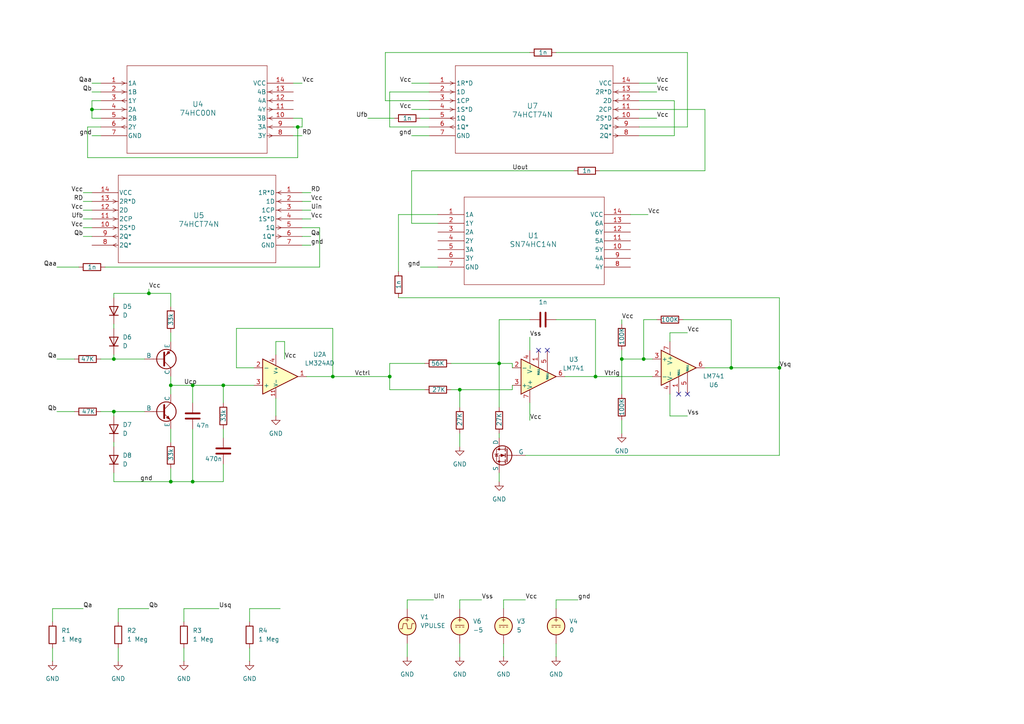
<source format=kicad_sch>
(kicad_sch (version 20250114) (generator "eeschema") (generator_version "9.0")
  (paper "A4")
  (lib_symbols
    (symbol "74HC00:74HC00N" (pin_names (offset 0.254))
      (property "Reference" "U" (at 27.94 10.16 0))
      (property "Value" "74HC00N" (at 27.94 7.62 0))
      (symbol "74HC00N_0_1"
        (polyline (pts (xy 7.0993 0) (xy 6.0579 0.5207)) (stroke (width 0.127)))
        (polyline (pts (xy 7.0993 0) (xy 6.0579 -0.5207)) (stroke (width 0.127)))
        (polyline (pts (xy 7.0993 -2.54) (xy 6.0579 -2.0193)) (stroke (width 0.127)))
        (polyline (pts (xy 7.0993 -2.54) (xy 6.0579 -3.0607)) (stroke (width 0.127)))
        (polyline (pts (xy 7.0993 -4.5593) (xy 6.0579 -5.08)) (stroke (width 0.127)))
        (polyline (pts (xy 7.0993 -5.6007) (xy 6.0579 -5.08)) (stroke (width 0.127)))
        (polyline (pts (xy 7.0993 -7.62) (xy 6.0579 -7.0993)) (stroke (width 0.127)))
        (polyline (pts (xy 7.0993 -7.62) (xy 6.0579 -8.1407)) (stroke (width 0.127)))
        (polyline (pts (xy 7.0993 -10.16) (xy 6.0579 -9.6393)) (stroke (width 0.127)))
        (polyline (pts (xy 7.0993 -10.16) (xy 6.0579 -10.6807)) (stroke (width 0.127)))
        (polyline (pts (xy 7.0993 -12.1793) (xy 6.0579 -12.7)) (stroke (width 0.127)))
        (polyline (pts (xy 7.0993 -13.2207) (xy 6.0579 -12.7)) (stroke (width 0.127)))
        (polyline (pts (xy 7.62 5.08) (xy 7.62 -20.32)) (stroke (width 0.127)))
        (polyline (pts (xy 7.62 -20.32) (xy 48.26 -20.32)) (stroke (width 0.127)))
        (polyline (pts (xy 48.26 5.08) (xy 7.62 5.08)) (stroke (width 0.127)))
        (polyline (pts (xy 48.26 -20.32) (xy 48.26 5.08)) (stroke (width 0.127)))
        (polyline (pts (xy 48.7807 -2.54) (xy 49.8221 -2.0193)) (stroke (width 0.127)))
        (polyline (pts (xy 48.7807 -2.54) (xy 49.8221 -3.0607)) (stroke (width 0.127)))
        (polyline (pts (xy 48.7807 -5.08) (xy 49.8221 -4.5593)) (stroke (width 0.127)))
        (polyline (pts (xy 48.7807 -5.08) (xy 49.8221 -5.6007)) (stroke (width 0.127)))
        (polyline (pts (xy 48.7807 -7.0993) (xy 49.8221 -7.62)) (stroke (width 0.127)))
        (polyline (pts (xy 48.7807 -8.1407) (xy 49.8221 -7.62)) (stroke (width 0.127)))
        (polyline (pts (xy 48.7807 -10.16) (xy 49.8221 -9.6393)) (stroke (width 0.127)))
        (polyline (pts (xy 48.7807 -10.16) (xy 49.8221 -10.6807)) (stroke (width 0.127)))
        (polyline (pts (xy 48.7807 -12.7) (xy 49.8221 -12.1793)) (stroke (width 0.127)))
        (polyline (pts (xy 48.7807 -12.7) (xy 49.8221 -13.2207)) (stroke (width 0.127)))
        (polyline (pts (xy 48.7807 -14.7193) (xy 49.8221 -15.24)) (stroke (width 0.127)))
        (polyline (pts (xy 48.7807 -15.7607) (xy 49.8221 -15.24)) (stroke (width 0.127)))
        (pin input line (at 0 0 0) (length 7.62) (name "1A") (number "1"))
        (pin input line (at 0 -2.54 0) (length 7.62) (name "1B") (number "2"))
        (pin output line (at 0 -5.08 0) (length 7.62) (name "1Y") (number "3"))
        (pin input line (at 0 -7.62 0) (length 7.62) (name "2A") (number "4"))
        (pin input line (at 0 -10.16 0) (length 7.62) (name "2B") (number "5"))
        (pin output line (at 0 -12.7 0) (length 7.62) (name "2Y") (number "6"))
        (pin power_in line (at 0 -15.24 0) (length 7.62) (name "GND") (number "7"))
        (pin power_in line (at 55.88 0 180) (length 7.62) (name "VCC") (number "14"))
        (pin input line (at 55.88 -2.54 180) (length 7.62) (name "4B") (number "13"))
        (pin input line (at 55.88 -5.08 180) (length 7.62) (name "4A") (number "12"))
        (pin output line (at 55.88 -7.62 180) (length 7.62) (name "4Y") (number "11"))
        (pin input line (at 55.88 -10.16 180) (length 7.62) (name "3B") (number "10"))
        (pin input line (at 55.88 -12.7 180) (length 7.62) (name "3A") (number "9"))
        (pin output line (at 55.88 -15.24 180) (length 7.62) (name "3Y") (number "8"))
      )
    )
    (symbol "74HC14:SN74HC14N" (pin_names (offset 0.254))
      (property "Reference" "U" (at 27.94 10.16 0))
      (property "Value" "SN74HC14N" (at 27.94 7.62 0))
      (symbol "SN74HC14N_0_1"
        (polyline (pts (xy 7.62 5.08) (xy 7.62 -20.32)) (stroke (width 0.127)))
        (polyline (pts (xy 7.62 -20.32) (xy 48.26 -20.32)) (stroke (width 0.127)))
        (polyline (pts (xy 48.26 5.08) (xy 7.62 5.08)) (stroke (width 0.127)))
        (polyline (pts (xy 48.26 -20.32) (xy 48.26 5.08)) (stroke (width 0.127)))
        (pin input line (at 0 0 0) (length 7.62) (name "1A") (number "1"))
        (pin output line (at 0 -2.54 0) (length 7.62) (name "1Y") (number "2"))
        (pin input line (at 0 -5.08 0) (length 7.62) (name "2A") (number "3"))
        (pin output line (at 0 -7.62 0) (length 7.62) (name "2Y") (number "4"))
        (pin input line (at 0 -10.16 0) (length 7.62) (name "3A") (number "5"))
        (pin output line (at 0 -12.7 0) (length 7.62) (name "3Y") (number "6"))
        (pin power_in line (at 0 -15.24 0) (length 7.62) (name "GND") (number "7"))
        (pin power_in line (at 55.88 0 180) (length 7.62) (name "VCC") (number "14"))
        (pin input line (at 55.88 -2.54 180) (length 7.62) (name "6A") (number "13"))
        (pin output line (at 55.88 -5.08 180) (length 7.62) (name "6Y") (number "12"))
        (pin input line (at 55.88 -7.62 180) (length 7.62) (name "5A") (number "11"))
        (pin output line (at 55.88 -10.16 180) (length 7.62) (name "5Y") (number "10"))
        (pin input line (at 55.88 -12.7 180) (length 7.62) (name "4A") (number "9"))
        (pin output line (at 55.88 -15.24 180) (length 7.62) (name "4Y") (number "8"))
      )
    )
    (symbol "Amplifier_Operational:LM741" (pin_names (offset 0.127))
      (property "Reference" "U" (at 0 6.35 0))
      (property "Value" "LM741" (at 0 3.81 0))
      (symbol "LM741_0_1"
        (polyline (pts (xy -5.08 5.08) (xy 5.08 0) (xy -5.08 -5.08) (xy -5.08 5.08)) (stroke (width 0.254)) (fill (type background)))
      )
      (symbol "LM741_1_1"
        (pin input line (at -7.62 2.54 0) (length 2.54) (name "+") (number "3"))
        (pin input line (at -7.62 -2.54 0) (length 2.54) (name "-") (number "2"))
        (pin power_in line (at -2.54 7.62 270) (length 3.81) (name "V+") (number "7"))
        (pin power_in line (at -2.54 -7.62 90) (length 3.81) (name "V-") (number "4"))
        (pin no_connect line (at 0 2.54 270) (length 2.54) (hide yes) (name "NC") (number "8"))
        (pin input line (at 0 -7.62 90) (length 5.08) (name "NULL") (number "1"))
        (pin input line (at 2.54 -7.62 90) (length 6.35) (name "NULL") (number "5"))
        (pin output line (at 7.62 0 180) (length 2.54) (name "~") (number "6"))
      )
    )
    (symbol "Device:C" (pin_numbers (hide yes)) (pin_names (offset 0.254))
      (property "Reference" "C" (at 0.635 2.54 0))
      (property "Value" "C" (at 0.635 -2.54 0))
      (symbol "C_0_1"
        (polyline (pts (xy -2.032 0.762) (xy 2.032 0.762)) (stroke (width 0.508)))
        (polyline (pts (xy -2.032 -0.762) (xy 2.032 -0.762)) (stroke (width 0.508)))
      )
      (symbol "C_1_1"
        (pin passive line (at 0 3.81 270) (length 2.794) (name "~") (number "1"))
        (pin passive line (at 0 -3.81 90) (length 2.794) (name "~") (number "2"))
      )
    )
    (symbol "Device:D" (pin_numbers (hide yes)) (pin_names (offset 1.016) (hide yes))
      (property "Reference" "D" (at 0 2.54 0))
      (property "Value" "D" (at 0 -2.54 0))
      (symbol "D_0_1"
        (polyline (pts (xy -1.27 1.27) (xy -1.27 -1.27)) (stroke (width 0.254)))
        (polyline (pts (xy 1.27 1.27) (xy 1.27 -1.27) (xy -1.27 0) (xy 1.27 1.27)) (stroke (width 0.254)))
        (polyline (pts (xy 1.27 0) (xy -1.27 0)))
      )
      (symbol "D_1_1"
        (pin passive line (at -3.81 0 0) (length 2.54) (name "K") (number "1"))
        (pin passive line (at 3.81 0 180) (length 2.54) (name "A") (number "2"))
      )
    )
    (symbol "Device:R" (pin_numbers (hide yes)) (pin_names (offset 0))
      (property "Reference" "R" (at 2.032 0 90))
      (property "Value" "R" (at 0 0 90))
      (symbol "R_0_1"
        (rectangle (start -1.016 -2.54) (end 1.016 2.54) (stroke (width 0.254)))
      )
      (symbol "R_1_1"
        (pin passive line (at 0 3.81 270) (length 1.27) (name "~") (number "1"))
        (pin passive line (at 0 -3.81 90) (length 1.27) (name "~") (number "2"))
      )
    )
    (symbol "HCT74:74HCT74N" (pin_names (offset 0.254))
      (property "Reference" "U" (at 30.48 10.16 0))
      (property "Value" "74HCT74N" (at 30.48 7.62 0))
      (symbol "74HCT74N_0_1"
        (polyline (pts (xy 7.0993 0) (xy 6.0579 0.5207)) (stroke (width 0.127)))
        (polyline (pts (xy 7.0993 0) (xy 6.0579 -0.5207)) (stroke (width 0.127)))
        (polyline (pts (xy 7.0993 -2.54) (xy 6.0579 -2.0193)) (stroke (width 0.127)))
        (polyline (pts (xy 7.0993 -2.54) (xy 6.0579 -3.0607)) (stroke (width 0.127)))
        (polyline (pts (xy 7.0993 -5.08) (xy 6.0579 -4.5593)) (stroke (width 0.127)))
        (polyline (pts (xy 7.0993 -5.08) (xy 6.0579 -5.6007)) (stroke (width 0.127)))
        (polyline (pts (xy 7.0993 -7.62) (xy 6.0579 -7.0993)) (stroke (width 0.127)))
        (polyline (pts (xy 7.0993 -7.62) (xy 6.0579 -8.1407)) (stroke (width 0.127)))
        (polyline (pts (xy 7.0993 -9.6393) (xy 6.0579 -10.16)) (stroke (width 0.127)))
        (polyline (pts (xy 7.0993 -10.6807) (xy 6.0579 -10.16)) (stroke (width 0.127)))
        (polyline (pts (xy 7.0993 -12.1793) (xy 6.0579 -12.7)) (stroke (width 0.127)))
        (polyline (pts (xy 7.0993 -13.2207) (xy 6.0579 -12.7)) (stroke (width 0.127)))
        (polyline (pts (xy 7.62 5.08) (xy 7.62 -20.32)) (stroke (width 0.127)))
        (polyline (pts (xy 7.62 -20.32) (xy 53.34 -20.32)) (stroke (width 0.127)))
        (polyline (pts (xy 53.34 5.08) (xy 7.62 5.08)) (stroke (width 0.127)))
        (polyline (pts (xy 53.34 -20.32) (xy 53.34 5.08)) (stroke (width 0.127)))
        (polyline (pts (xy 53.8607 -2.54) (xy 54.9021 -2.0193)) (stroke (width 0.127)))
        (polyline (pts (xy 53.8607 -2.54) (xy 54.9021 -3.0607)) (stroke (width 0.127)))
        (polyline (pts (xy 53.8607 -5.08) (xy 54.9021 -4.5593)) (stroke (width 0.127)))
        (polyline (pts (xy 53.8607 -5.08) (xy 54.9021 -5.6007)) (stroke (width 0.127)))
        (polyline (pts (xy 53.8607 -7.62) (xy 54.9021 -7.0993)) (stroke (width 0.127)))
        (polyline (pts (xy 53.8607 -7.62) (xy 54.9021 -8.1407)) (stroke (width 0.127)))
        (polyline (pts (xy 53.8607 -10.16) (xy 54.9021 -9.6393)) (stroke (width 0.127)))
        (polyline (pts (xy 53.8607 -10.16) (xy 54.9021 -10.6807)) (stroke (width 0.127)))
        (polyline (pts (xy 53.8607 -12.1793) (xy 54.9021 -12.7)) (stroke (width 0.127)))
        (polyline (pts (xy 53.8607 -13.2207) (xy 54.9021 -12.7)) (stroke (width 0.127)))
        (polyline (pts (xy 53.8607 -14.7193) (xy 54.9021 -15.24)) (stroke (width 0.127)))
        (polyline (pts (xy 53.8607 -15.7607) (xy 54.9021 -15.24)) (stroke (width 0.127)))
        (pin input line (at 0 0 0) (length 7.62) (name "1R*D") (number "1"))
        (pin input line (at 0 -2.54 0) (length 7.62) (name "1D") (number "2"))
        (pin input line (at 0 -5.08 0) (length 7.62) (name "1CP") (number "3"))
        (pin input line (at 0 -7.62 0) (length 7.62) (name "1S*D") (number "4"))
        (pin output line (at 0 -10.16 0) (length 7.62) (name "1Q") (number "5"))
        (pin output line (at 0 -12.7 0) (length 7.62) (name "1Q*") (number "6"))
        (pin power_in line (at 0 -15.24 0) (length 7.62) (name "GND") (number "7"))
        (pin power_in line (at 60.96 0 180) (length 7.62) (name "VCC") (number "14"))
        (pin input line (at 60.96 -2.54 180) (length 7.62) (name "2R*D") (number "13"))
        (pin input line (at 60.96 -5.08 180) (length 7.62) (name "2D") (number "12"))
        (pin input line (at 60.96 -7.62 180) (length 7.62) (name "2CP") (number "11"))
        (pin input line (at 60.96 -10.16 180) (length 7.62) (name "2S*D") (number "10"))
        (pin output line (at 60.96 -12.7 180) (length 7.62) (name "2Q*") (number "9"))
        (pin output line (at 60.96 -15.24 180) (length 7.62) (name "2Q*") (number "8"))
      )
    )
    (symbol "PCM_Amplifier_Operational_AKL:LM324AD" (pin_names (offset 0.2))
      (property "Reference" "U" (at 1.27 6.35 0))
      (property "Value" "LM324AD" (at 1.27 3.81 0))
      (symbol "LM324AD_0_1"
        (polyline (pts (xy -3.81 5.08) (xy -3.81 -5.08) (xy 6.35 0) (xy -3.81 5.08)) (stroke (width 0.254)) (fill (type background)))
      )
      (symbol "LM324AD_1_1"
        (pin input line (at -6.35 2.54 0) (length 2.54) (name "-") (number "2"))
        (pin input line (at -6.35 -2.54 0) (length 2.54) (name "+") (number "3"))
        (pin power_in line (at 0 6.35 270) (length 3.18) (name "V+") (number "4"))
        (pin power_in line (at 0 -6.35 90) (length 3.18) (name "V-") (number "11"))
        (pin output line (at 8.89 0 180) (length 2.54) (name "~") (number "1"))
      )
      (symbol "LM324AD_2_1"
        (pin input line (at -6.35 2.54 0) (length 2.54) (name "-") (number "6"))
        (pin input line (at -6.35 -2.54 0) (length 2.54) (name "+") (number "5"))
        (pin output line (at 8.89 0 180) (length 2.54) (name "~") (number "7"))
      )
      (symbol "LM324AD_3_1"
        (pin input line (at -6.35 2.54 0) (length 2.54) (name "-") (number "9"))
        (pin input line (at -6.35 -2.54 0) (length 2.54) (name "+") (number "10"))
        (pin output line (at 8.89 0 180) (length 2.54) (name "~") (number "8"))
      )
      (symbol "LM324AD_4_1"
        (pin input line (at -6.35 2.54 0) (length 2.54) (name "-") (number "13"))
        (pin input line (at -6.35 -2.54 0) (length 2.54) (name "+") (number "12"))
        (pin output line (at 8.89 0 180) (length 2.54) (name "~") (number "14"))
      )
    )
    (symbol "Simulation_SPICE:NMOS" (pin_numbers (hide yes)) (pin_names (offset 0))
      (property "Reference" "Q" (at 5.08 1.27 0))
      (property "Value" "NMOS" (at 5.08 -1.27 0))
      (symbol "NMOS_0_1"
        (polyline (pts (xy 0.254 1.905) (xy 0.254 -1.905)) (stroke (width 0.254)))
        (polyline (pts (xy 0.254 0) (xy -2.54 0)))
        (polyline (pts (xy 0.762 2.286) (xy 0.762 1.27)) (stroke (width 0.254)))
        (polyline (pts (xy 0.762 0.508) (xy 0.762 -0.508)) (stroke (width 0.254)))
        (polyline (pts (xy 0.762 -1.27) (xy 0.762 -2.286)) (stroke (width 0.254)))
        (polyline (pts (xy 0.762 -1.778) (xy 3.302 -1.778) (xy 3.302 1.778) (xy 0.762 1.778)))
        (polyline (pts (xy 1.016 0) (xy 2.032 0.381) (xy 2.032 -0.381) (xy 1.016 0)) (fill (type outline)))
        (circle (center 1.651 0) (radius 2.794) (stroke (width 0.254)))
        (polyline (pts (xy 2.54 2.54) (xy 2.54 1.778)))
        (circle (center 2.54 1.778) (radius 0.254) (fill (type outline)))
        (circle (center 2.54 -1.778) (radius 0.254) (fill (type outline)))
        (polyline (pts (xy 2.54 -2.54) (xy 2.54 0) (xy 0.762 0)))
        (polyline (pts (xy 2.794 0.508) (xy 2.921 0.381) (xy 3.683 0.381) (xy 3.81 0.254)))
        (polyline (pts (xy 3.302 0.381) (xy 2.921 -0.254) (xy 3.683 -0.254) (xy 3.302 0.381)))
      )
      (symbol "NMOS_1_1"
        (pin input line (at -5.08 0 0) (length 2.54) (name "G") (number "2"))
        (pin passive line (at 2.54 5.08 270) (length 2.54) (name "D") (number "1"))
        (pin passive line (at 2.54 -5.08 90) (length 2.54) (name "S") (number "3"))
      )
    )
    (symbol "Simulation_SPICE:NPN" (pin_numbers (hide yes)) (pin_names (offset 0))
      (property "Reference" "Q" (at -2.54 7.62 0))
      (property "Value" "NPN" (at -2.54 5.08 0))
      (symbol "NPN_0_1"
        (polyline (pts (xy -2.54 0) (xy 0.635 0)) (stroke (width 0.1524)))
        (polyline (pts (xy 0.635 1.905) (xy 0.635 -1.905) (xy 0.635 -1.905)) (stroke (width 0.508)))
        (polyline (pts (xy 0.635 0.635) (xy 2.54 2.54)))
        (polyline (pts (xy 0.635 -0.635) (xy 2.54 -2.54) (xy 2.54 -2.54)))
        (circle (center 1.27 0) (radius 2.8194) (stroke (width 0.254)))
        (polyline (pts (xy 1.27 -1.778) (xy 1.778 -1.27) (xy 2.286 -2.286) (xy 1.27 -1.778) (xy 1.27 -1.778)) (fill (type outline)))
        (polyline (pts (xy 2.794 -1.27) (xy 2.794 -1.27)) (stroke (width 0.1524)))
        (polyline (pts (xy 2.794 -1.27) (xy 2.794 -1.27)) (stroke (width 0.1524)))
      )
      (symbol "NPN_1_1"
        (pin input line (at -5.08 0 0) (length 2.54) (name "B") (number "2"))
        (pin open_collector line (at 2.54 5.08 270) (length 2.54) (name "C") (number "1"))
        (pin open_emitter line (at 2.54 -5.08 90) (length 2.54) (name "E") (number "3"))
      )
    )
    (symbol "Simulation_SPICE:PNP" (pin_numbers (hide yes)) (pin_names (offset 0))
      (property "Reference" "Q" (at -2.54 7.62 0))
      (property "Value" "PNP" (at -2.54 5.08 0))
      (symbol "PNP_0_1"
        (polyline (pts (xy -2.54 0) (xy 0.635 0)) (stroke (width 0.1524)))
        (polyline (pts (xy 0.635 1.905) (xy 0.635 -1.905) (xy 0.635 -1.905)) (stroke (width 0.508)))
        (polyline (pts (xy 0.635 0.635) (xy 2.54 2.54)))
        (polyline (pts (xy 0.635 -0.635) (xy 2.54 -2.54) (xy 2.54 -2.54)))
        (circle (center 1.27 0) (radius 2.8194) (stroke (width 0.254)))
        (polyline (pts (xy 2.286 -1.778) (xy 1.778 -2.286) (xy 1.27 -1.27) (xy 2.286 -1.778) (xy 2.286 -1.778)) (fill (type outline)))
      )
      (symbol "PNP_1_1"
        (pin input line (at -5.08 0 0) (length 2.54) (name "B") (number "2"))
        (pin open_collector line (at 2.54 5.08 270) (length 2.54) (name "C") (number "1"))
        (pin open_emitter line (at 2.54 -5.08 90) (length 2.54) (name "E") (number "3"))
      )
    )
    (symbol "Simulation_SPICE:VDC" (pin_numbers (hide yes)) (pin_names (offset 0.0254))
      (property "Reference" "V" (at 2.54 2.54 0))
      (property "Value" "1" (at 2.54 0 0))
      (symbol "VDC_0_0"
        (polyline (pts (xy -1.27 0.254) (xy 1.27 0.254)))
        (polyline (pts (xy -0.762 -0.254) (xy -1.27 -0.254)))
        (polyline (pts (xy 0.254 -0.254) (xy -0.254 -0.254)))
        (polyline (pts (xy 1.27 -0.254) (xy 0.762 -0.254)))
        (text "+" (at 0 1.905 0) (effects (font (size 1.27 1.27))))
      )
      (symbol "VDC_0_1"
        (circle (center 0 0) (radius 2.54) (stroke (width 0.254)) (fill (type background)))
      )
      (symbol "VDC_1_1"
        (pin passive line (at 0 5.08 270) (length 2.54) (name "~") (number "1"))
        (pin passive line (at 0 -5.08 90) (length 2.54) (name "~") (number "2"))
      )
    )
    (symbol "Simulation_SPICE:VPULSE" (pin_numbers (hide yes)) (pin_names (offset 0.0254))
      (property "Reference" "V" (at 2.54 2.54 0))
      (property "Value" "VPULSE" (at 2.54 0 0))
      (property "Sim.Params" "y1=0 y2=1 td=2n tr=2n tf=2n tw=50n per=100n" (at 2.54 -2.54 0))
      (symbol "VPULSE_0_0"
        (polyline (pts (xy -2.032 -0.762) (xy -1.397 -0.762) (xy -1.143 0.762) (xy -0.127 0.762) (xy 0.127 -0.762) (xy 1.143 -0.762) (xy 1.397 0.762) (xy 2.032 0.762)))
        (text "+" (at 0 1.905 0) (effects (font (size 1.27 1.27))))
      )
      (symbol "VPULSE_0_1"
        (circle (center 0 0) (radius 2.54) (stroke (width 0.254)) (fill (type background)))
      )
      (symbol "VPULSE_1_1"
        (pin passive line (at 0 5.08 270) (length 2.54) (name "~") (number "1"))
        (pin passive line (at 0 -5.08 90) (length 2.54) (name "~") (number "2"))
      )
    )
    (symbol "power:GND" (power) (pin_numbers (hide yes)) (pin_names (offset 0) (hide yes))
      (property "Value" "GND" (at 0 -3.81 0))
      (symbol "GND_0_1"
        (polyline (pts (xy 0 0) (xy 0 -1.27) (xy 1.27 -1.27) (xy 0 -2.54) (xy -1.27 -1.27) (xy 0 -1.27)))
      )
      (symbol "GND_1_1"
        (pin power_in line (at 0 0 270) (length 0) (name "~") (number "1"))
      )
    )
  )
  (junction (at 86.36 36.83))
  (junction (at 186.69 104.14))
  (junction (at 96.52 109.22))
  (junction (at 49.53 139.7))
  (junction (at 33.02 104.14))
  (junction (at 144.78 105.41))
  (junction (at 64.77 111.76))
  (junction (at 180.34 104.14))
  (junction (at 43.18 85.09))
  (junction (at 26.67 31.75))
  (junction (at 33.02 119.38))
  (junction (at 49.53 111.76))
  (junction (at 113.03 109.22))
  (junction (at 133.35 113.03))
  (junction (at 172.72 109.22))
  (junction (at 212.09 106.68))
  (junction (at 55.88 139.7))
  (junction (at 226.06 106.68))
  (junction (at 55.88 111.76))
  (no_connect (at 158.75 101.6))
  (no_connect (at 156.21 101.6))
  (no_connect (at 199.39 114.3))
  (no_connect (at 196.85 114.3))
  (wire (pts (xy 53.34 176.53) (xy 63.5 176.53)))
  (wire (pts (xy 124.46 39.37) (xy 119.38 39.37)))
  (wire (pts (xy 118.11 173.99) (xy 125.73 173.99)))
  (wire (pts (xy 16.51 104.14) (xy 21.59 104.14)))
  (wire (pts (xy 92.71 66.04) (xy 92.71 77.47)))
  (wire (pts (xy 22.86 77.47) (xy 16.51 77.47)))
  (wire (pts (xy 173.99 49.53) (xy 204.47 49.53)))
  (wire (pts (xy 121.92 34.29) (xy 124.46 34.29)))
  (wire (pts (xy 204.47 31.75) (xy 185.42 31.75)))
  (wire (pts (xy 24.13 60.96) (xy 26.67 60.96)))
  (wire (pts (xy 113.03 26.67) (xy 113.03 36.83)))
  (wire (pts (xy 33.02 102.87) (xy 33.02 104.14)))
  (wire (pts (xy 161.29 92.71) (xy 172.72 92.71)))
  (wire (pts (xy 87.63 66.04) (xy 92.71 66.04)))
  (wire (pts (xy 68.58 95.25) (xy 96.52 95.25)))
  (wire (pts (xy 43.18 83.82) (xy 43.18 85.09)))
  (wire (pts (xy 85.09 24.13) (xy 87.63 24.13)))
  (wire (pts (xy 212.09 106.68) (xy 204.47 106.68)))
  (wire (pts (xy 33.02 119.38) (xy 33.02 120.65)))
  (wire (pts (xy 49.53 135.89) (xy 49.53 139.7)))
  (wire (pts (xy 212.09 106.68) (xy 226.06 106.68)))
  (wire (pts (xy 144.78 92.71) (xy 153.67 92.71)))
  (wire (pts (xy 190.5 24.13) (xy 185.42 24.13)))
  (wire (pts (xy 127 62.23) (xy 115.57 62.23)))
  (wire (pts (xy 146.05 186.69) (xy 146.05 190.5)))
  (wire (pts (xy 144.78 125.73) (xy 144.78 127)))
  (wire (pts (xy 124.46 31.75) (xy 119.38 31.75)))
  (wire (pts (xy 198.12 92.71) (xy 212.09 92.71)))
  (wire (pts (xy 180.34 92.71) (xy 180.34 93.98)))
  (wire (pts (xy 33.02 139.7) (xy 49.53 139.7)))
  (wire (pts (xy 33.02 85.09) (xy 33.02 86.36)))
  (wire (pts (xy 24.13 68.58) (xy 26.67 68.58)))
  (wire (pts (xy 29.21 39.37) (xy 26.67 39.37)))
  (wire (pts (xy 33.02 129.54) (xy 33.02 128.27)))
  (wire (pts (xy 144.78 105.41) (xy 148.59 105.41)))
  (wire (pts (xy 80.01 102.87) (xy 80.01 99.06)))
  (wire (pts (xy 49.53 109.22) (xy 49.53 111.76)))
  (wire (pts (xy 212.09 92.71) (xy 212.09 106.68)))
  (wire (pts (xy 133.35 113.03) (xy 133.35 118.11)))
  (wire (pts (xy 49.53 99.06) (xy 49.53 96.52)))
  (wire (pts (xy 113.03 109.22) (xy 113.03 105.41)))
  (wire (pts (xy 33.02 104.14) (xy 41.91 104.14)))
  (wire (pts (xy 90.17 58.42) (xy 87.63 58.42)))
  (wire (pts (xy 85.09 34.29) (xy 87.63 34.29)))
  (wire (pts (xy 87.63 36.83) (xy 86.36 36.83)))
  (wire (pts (xy 185.42 29.21) (xy 195.58 29.21)))
  (wire (pts (xy 55.88 139.7) (xy 64.77 139.7)))
  (wire (pts (xy 87.63 34.29) (xy 87.63 36.83)))
  (wire (pts (xy 148.59 105.41) (xy 148.59 106.68)))
  (wire (pts (xy 111.76 15.24) (xy 111.76 29.21)))
  (wire (pts (xy 25.4 36.83) (xy 25.4 45.72)))
  (wire (pts (xy 64.77 124.46) (xy 64.77 127)))
  (wire (pts (xy 49.53 111.76) (xy 49.53 114.3)))
  (wire (pts (xy 29.21 29.21) (xy 26.67 29.21)))
  (wire (pts (xy 24.13 55.88) (xy 26.67 55.88)))
  (wire (pts (xy 185.42 26.67) (xy 190.5 26.67)))
  (wire (pts (xy 115.57 62.23) (xy 115.57 78.74)))
  (wire (pts (xy 49.53 85.09) (xy 43.18 85.09)))
  (wire (pts (xy 113.03 36.83) (xy 124.46 36.83)))
  (wire (pts (xy 152.4 132.08) (xy 226.06 132.08)))
  (wire (pts (xy 161.29 186.69) (xy 161.29 190.5)))
  (wire (pts (xy 90.17 63.5) (xy 87.63 63.5)))
  (wire (pts (xy 194.31 114.3) (xy 194.31 120.65)))
  (wire (pts (xy 119.38 49.53) (xy 119.38 64.77)))
  (wire (pts (xy 33.02 139.7) (xy 33.02 137.16)))
  (wire (pts (xy 118.11 173.99) (xy 118.11 176.53)))
  (wire (pts (xy 49.53 139.7) (xy 55.88 139.7)))
  (wire (pts (xy 113.03 105.41) (xy 123.19 105.41)))
  (wire (pts (xy 26.67 31.75) (xy 29.21 31.75)))
  (wire (pts (xy 127 64.77) (xy 119.38 64.77)))
  (wire (pts (xy 189.23 104.14) (xy 186.69 104.14)))
  (wire (pts (xy 130.81 113.03) (xy 133.35 113.03)))
  (wire (pts (xy 49.53 88.9) (xy 49.53 85.09)))
  (wire (pts (xy 133.35 113.03) (xy 148.59 113.03)))
  (wire (pts (xy 80.01 115.57) (xy 80.01 120.65)))
  (wire (pts (xy 15.24 191.77) (xy 15.24 187.96)))
  (wire (pts (xy 172.72 109.22) (xy 163.83 109.22)))
  (wire (pts (xy 34.29 176.53) (xy 43.18 176.53)))
  (wire (pts (xy 161.29 173.99) (xy 167.64 173.99)))
  (wire (pts (xy 72.39 191.77) (xy 72.39 187.96)))
  (wire (pts (xy 33.02 95.25) (xy 33.02 93.98)))
  (wire (pts (xy 26.67 34.29) (xy 29.21 34.29)))
  (wire (pts (xy 161.29 176.53) (xy 161.29 173.99)))
  (wire (pts (xy 29.21 119.38) (xy 33.02 119.38)))
  (wire (pts (xy 186.69 104.14) (xy 186.69 92.71)))
  (wire (pts (xy 133.35 125.73) (xy 133.35 129.54)))
  (wire (pts (xy 33.02 85.09) (xy 43.18 85.09)))
  (wire (pts (xy 204.47 49.53) (xy 204.47 31.75)))
  (wire (pts (xy 124.46 24.13) (xy 119.38 24.13)))
  (wire (pts (xy 96.52 109.22) (xy 113.03 109.22)))
  (wire (pts (xy 72.39 180.34) (xy 72.39 176.53)))
  (wire (pts (xy 144.78 105.41) (xy 144.78 92.71)))
  (wire (pts (xy 25.4 45.72) (xy 86.36 45.72)))
  (wire (pts (xy 80.01 99.06) (xy 82.55 99.06)))
  (wire (pts (xy 87.63 68.58) (xy 90.17 68.58)))
  (wire (pts (xy 172.72 109.22) (xy 189.23 109.22)))
  (wire (pts (xy 55.88 124.46) (xy 55.88 139.7)))
  (wire (pts (xy 226.06 106.68) (xy 226.06 132.08)))
  (wire (pts (xy 185.42 36.83) (xy 199.39 36.83)))
  (wire (pts (xy 111.76 29.21) (xy 124.46 29.21)))
  (wire (pts (xy 144.78 105.41) (xy 144.78 118.11)))
  (wire (pts (xy 34.29 180.34) (xy 34.29 176.53)))
  (wire (pts (xy 26.67 29.21) (xy 26.67 31.75)))
  (wire (pts (xy 133.35 176.53) (xy 133.35 173.99)))
  (wire (pts (xy 124.46 26.67) (xy 113.03 26.67)))
  (wire (pts (xy 182.88 62.23) (xy 187.96 62.23)))
  (wire (pts (xy 153.67 15.24) (xy 111.76 15.24)))
  (wire (pts (xy 53.34 180.34) (xy 53.34 176.53)))
  (wire (pts (xy 180.34 121.92) (xy 180.34 125.73)))
  (wire (pts (xy 55.88 111.76) (xy 64.77 111.76)))
  (wire (pts (xy 195.58 29.21) (xy 195.58 39.37)))
  (wire (pts (xy 115.57 86.36) (xy 226.06 86.36)))
  (wire (pts (xy 144.78 137.16) (xy 144.78 139.7)))
  (wire (pts (xy 146.05 176.53) (xy 146.05 173.99)))
  (wire (pts (xy 55.88 111.76) (xy 55.88 116.84)))
  (wire (pts (xy 24.13 58.42) (xy 26.67 58.42)))
  (wire (pts (xy 72.39 176.53) (xy 81.28 176.53)))
  (wire (pts (xy 53.34 191.77) (xy 53.34 187.96)))
  (wire (pts (xy 96.52 95.25) (xy 96.52 109.22)))
  (wire (pts (xy 15.24 180.34) (xy 15.24 176.53)))
  (wire (pts (xy 68.58 106.68) (xy 68.58 95.25)))
  (wire (pts (xy 90.17 60.96) (xy 87.63 60.96)))
  (wire (pts (xy 119.38 49.53) (xy 166.37 49.53)))
  (wire (pts (xy 29.21 104.14) (xy 33.02 104.14)))
  (wire (pts (xy 113.03 109.22) (xy 113.03 113.03)))
  (wire (pts (xy 186.69 92.71) (xy 190.5 92.71)))
  (wire (pts (xy 194.31 99.06) (xy 194.31 96.52)))
  (wire (pts (xy 15.24 176.53) (xy 24.13 176.53)))
  (wire (pts (xy 34.29 191.77) (xy 34.29 187.96)))
  (wire (pts (xy 86.36 45.72) (xy 86.36 36.83)))
  (wire (pts (xy 153.67 97.79) (xy 153.67 101.6)))
  (wire (pts (xy 26.67 66.04) (xy 24.13 66.04)))
  (wire (pts (xy 185.42 34.29) (xy 190.5 34.29)))
  (wire (pts (xy 26.67 24.13) (xy 29.21 24.13)))
  (wire (pts (xy 118.11 186.69) (xy 118.11 190.5)))
  (wire (pts (xy 146.05 173.99) (xy 152.4 173.99)))
  (wire (pts (xy 180.34 104.14) (xy 180.34 114.3)))
  (wire (pts (xy 148.59 113.03) (xy 148.59 111.76)))
  (wire (pts (xy 226.06 106.68) (xy 226.06 86.36)))
  (wire (pts (xy 194.31 96.52) (xy 199.39 96.52)))
  (wire (pts (xy 133.35 173.99) (xy 139.7 173.99)))
  (wire (pts (xy 199.39 15.24) (xy 161.29 15.24)))
  (wire (pts (xy 29.21 36.83) (xy 25.4 36.83)))
  (wire (pts (xy 85.09 39.37) (xy 87.63 39.37)))
  (wire (pts (xy 64.77 111.76) (xy 64.77 116.84)))
  (wire (pts (xy 96.52 109.22) (xy 88.9 109.22)))
  (wire (pts (xy 130.81 105.41) (xy 144.78 105.41)))
  (wire (pts (xy 33.02 119.38) (xy 41.91 119.38)))
  (wire (pts (xy 64.77 111.76) (xy 73.66 111.76)))
  (wire (pts (xy 87.63 71.12) (xy 90.17 71.12)))
  (wire (pts (xy 106.68 34.29) (xy 114.3 34.29)))
  (wire (pts (xy 26.67 63.5) (xy 24.13 63.5)))
  (wire (pts (xy 113.03 113.03) (xy 123.19 113.03)))
  (wire (pts (xy 195.58 39.37) (xy 185.42 39.37)))
  (wire (pts (xy 153.67 116.84) (xy 153.67 121.92)))
  (wire (pts (xy 16.51 119.38) (xy 21.59 119.38)))
  (wire (pts (xy 199.39 36.83) (xy 199.39 15.24)))
  (wire (pts (xy 26.67 31.75) (xy 26.67 34.29)))
  (wire (pts (xy 64.77 134.62) (xy 64.77 139.7)))
  (wire (pts (xy 87.63 55.88) (xy 90.17 55.88)))
  (wire (pts (xy 133.35 186.69) (xy 133.35 190.5)))
  (wire (pts (xy 194.31 120.65) (xy 199.39 120.65)))
  (wire (pts (xy 86.36 36.83) (xy 85.09 36.83)))
  (wire (pts (xy 26.67 26.67) (xy 29.21 26.67)))
  (wire (pts (xy 92.71 77.47) (xy 30.48 77.47)))
  (wire (pts (xy 82.55 99.06) (xy 82.55 104.14)))
  (wire (pts (xy 49.53 124.46) (xy 49.53 128.27)))
  (wire (pts (xy 73.66 106.68) (xy 68.58 106.68)))
  (wire (pts (xy 121.92 77.47) (xy 127 77.47)))
  (wire (pts (xy 186.69 104.14) (xy 180.34 104.14)))
  (wire (pts (xy 172.72 92.71) (xy 172.72 109.22)))
  (wire (pts (xy 180.34 101.6) (xy 180.34 104.14)))
  (wire (pts (xy 49.53 111.76) (xy 55.88 111.76)))
  (label "Vcc" (at 119.38 31.75 180))
  (label "Qb" (at 16.51 119.38 180))
  (label "Vcc" (at 87.63 24.13 0))
  (label "gnd" (at 167.64 173.99 0))
  (label "Ufb" (at 24.13 63.5 180))
  (label "Vcc" (at 153.67 121.92 0))
  (label "Uout" (at 148.59 49.53 0))
  (label "RD" (at 90.17 55.88 0))
  (label "Vcc" (at 190.5 24.13 0))
  (label "gnd" (at 26.67 39.37 180))
  (label "Vcc" (at 90.17 63.5 0))
  (label "Vss" (at 139.7 173.99 0))
  (label "Qa" (at 24.13 176.53 0))
  (label "Qaa" (at 16.51 77.47 180))
  (label "Ucp" (at 53.34 111.76 0))
  (label "Vcc" (at 119.38 24.13 180))
  (label "Uin" (at 125.73 173.99 0))
  (label "Qa" (at 90.17 68.58 0))
  (label "Vtrig" (at 175.26 109.22 0))
  (label "gnd" (at 90.17 71.12 0))
  (label "Vcc" (at 43.18 83.82 0))
  (label "RD" (at 87.63 39.37 0))
  (label "Vcc" (at 90.17 58.42 0))
  (label "Vcc" (at 199.39 96.52 0))
  (label "Vcc" (at 24.13 60.96 180))
  (label "Vcc" (at 152.4 173.99 0))
  (label "Qb" (at 43.18 176.53 0))
  (label "Vcc" (at 190.5 26.67 0))
  (label "Vctrl" (at 102.87 109.22 0))
  (label "Vsq" (at 226.06 106.68 0))
  (label "Vcc" (at 82.55 104.14 0))
  (label "Qaa" (at 26.67 24.13 180))
  (label "gnd" (at 119.38 39.37 180))
  (label "Qa" (at 16.51 104.14 180))
  (label "Vss" (at 199.39 120.65 0))
  (label "Ufb" (at 106.68 34.29 180))
  (label "Vss" (at 153.67 97.79 0))
  (label "RD" (at 24.13 58.42 180))
  (label "Qb" (at 26.67 26.67 180))
  (label "Usq" (at 63.5 176.53 0))
  (label "Vcc" (at 24.13 66.04 180))
  (label "gnd" (at 121.92 77.47 180))
  (label "Vcc" (at 24.13 55.88 180))
  (label "Qb" (at 24.13 68.58 180))
  (label "Vcc" (at 180.34 92.71 0))
  (label "gnd" (at 40.64 139.7 0))
  (label "Vcc" (at 187.96 62.23 0))
  (label "Vcc" (at 190.5 34.29 0))
  (label "Uin" (at 90.17 60.96 0))
  (symbol (lib_id "Device:R") (at 49.53 132.08 180) (unit 1)
    (property "Reference" "R15" (effects (hide yes)))
    (property "Value" "33k" (at 49.53 130.048 90) (effects (justify left)))
    (property "Description" "Resistor" (effects (hide yes)))
  )
  (symbol (lib_id "power:GND") (at 53.34 191.77 0) (unit 1)
    (property "Reference" "#PWR05" (effects (hide yes)))
    (property "Value" "GND" (at 53.34 196.85 0))
    (property "Description" "Power symbol creates a global label with name \"GND\" , ground" (effects (hide yes)))
  )
  (symbol (lib_id "Simulation_SPICE:VDC") (at 146.05 181.61 0) (unit 1)
    (property "Reference" "V3" (at 149.86 180.2101 0) (effects (justify left)))
    (property "Value" "5" (at 149.86 182.7501 0) (effects (justify left)))
    (property "Datasheet" "https://ngspice.sourceforge.io/docs/ngspice-html-manual/manual.xhtml#sec_Independent_Sources_for" (effects (hide yes)))
    (property "Description" "Voltage source, DC" (effects (hide yes)))
    (property "Sim.Pins" "1=+ 2=-" (effects (hide yes)))
    (property "Sim.Type" "DC" (effects (hide yes)))
    (property "Sim.Device" "V" (effects (hide yes)))
  )
  (symbol (lib_id "Simulation_SPICE:VPULSE") (at 118.11 181.61 0) (unit 1)
    (property "Reference" "V1" (at 121.92 178.9401 0) (effects (justify left)))
    (property "Value" "VPULSE" (at 121.92 181.4801 0) (effects (justify left)))
    (property "Datasheet" "https://ngspice.sourceforge.io/docs/ngspice-html-manual/manual.xhtml#sec_Independent_Sources_for" (effects (hide yes)))
    (property "Description" "Voltage source, pulse" (effects (hide yes)))
    (property "Sim.Pins" "1=+ 2=-" (effects (hide yes)))
    (property "Sim.Type" "PULSE" (effects (hide yes)))
    (property "Sim.Device" "V" (effects (hide yes)))
    (property "Sim.Params" "y1=0 y2=5 td=0 tr=2n tf=2n tw=0.5m per=1m" (effects (hide yes)))
  )
  (symbol (lib_id "Device:R") (at 34.29 184.15 0) (unit 1)
    (property "Reference" "R2" (at 36.83 182.8799 0) (effects (justify left)))
    (property "Value" "1 Meg" (at 36.83 185.4199 0) (effects (justify left)))
    (property "Description" "Resistor" (effects (hide yes)))
  )
  (symbol (lib_id "power:GND") (at 133.35 129.54 0) (unit 1)
    (property "Reference" "#PWR07" (effects (hide yes)))
    (property "Value" "GND" (at 133.35 134.62 0))
    (property "Description" "Power symbol creates a global label with name \"GND\" , ground" (effects (hide yes)))
  )
  (symbol (lib_id "power:GND") (at 118.11 190.5 0) (unit 1)
    (property "Reference" "#PWR02" (effects (hide yes)))
    (property "Value" "GND" (at 118.11 195.58 0))
    (property "Description" "Power symbol creates a global label with name \"GND\" , ground" (effects (hide yes)))
  )
  (symbol (lib_id "power:GND") (at 161.29 190.5 0) (unit 1)
    (property "Reference" "#PWR010" (effects (hide yes)))
    (property "Value" "GND" (at 161.29 195.58 0))
    (property "Description" "Power symbol creates a global label with name \"GND\" , ground" (effects (hide yes)))
  )
  (symbol (lib_id "Simulation_SPICE:PNP") (at 46.99 104.14 0) (mirror x) (unit 1)
    (property "Reference" "Q3" (effects (hide yes)))
    (property "Value" "PNP" (effects (hide yes)))
    (property "Datasheet" "https://ngspice.sourceforge.io/docs/ngspice-html-manual/manual.xhtml#cha_BJTs" (effects (hide yes)))
    (property "Description" "Bipolar transistor symbol for simulation only, substrate tied to the emitter" (effects (hide yes)))
    (property "Sim.Device" "PNP" (effects (hide yes)))
    (property "Sim.Type" "GUMMELPOON" (effects (hide yes)))
    (property "Sim.Pins" "1=C 2=B 3=E" (effects (hide yes)))
    (property "Sim.Library" "/home/harris/Drive/University/8ο Εξάμηνο/ΣΑΗΣ - Σχεδίαση Αναλογικών Ηλεκτρονικών Συστημάτων/Εργαστήριο/kicad/basic_models/bipolar/2N2907A.lib" (effects (hide yes)))
    (property "Sim.Name" "Q2n2907a" (effects (hide yes)))
  )
  (symbol (lib_id "Amplifier_Operational:LM741") (at 156.21 109.22 0) (mirror x) (unit 1)
    (property "Reference" "U3" (at 166.37 104.2668 0))
    (property "Value" "LM741" (at 166.37 106.8068 0))
    (property "Datasheet" "http://www.ti.com/lit/ds/symlink/lm741.pdf" (effects (hide yes)))
    (property "Description" "Operational Amplifier, DIP-8/TO-99-8" (effects (hide yes)))
    (property "Sim.Library" "/home/harris/Drive/University/8ο Εξάμηνο/ΣΑΗΣ - Σχεδίαση Αναλογικών Ηλεκτρονικών Συστημάτων/Εργαστήριο/kicad/741.lib" (effects (hide yes)))
    (property "Sim.Name" "KI741" (effects (hide yes)))
    (property "Sim.Device" "SUBCKT" (effects (hide yes)))
    (property "Sim.Pins" "1=O1 2=Inv 3=Ninv 4=Vee 5=O2 6=Out 7=Vcc" (effects (hide yes)))
  )
  (symbol (lib_id "Device:R") (at 127 105.41 90) (unit 1)
    (property "Reference" "R5" (effects (hide yes)))
    (property "Value" "56K" (at 127 105.41 90))
    (property "Description" "Resistor" (effects (hide yes)))
  )
  (symbol (lib_id "Device:D") (at 33.02 90.17 90) (unit 1)
    (property "Reference" "D5" (at 35.56 88.8999 90) (effects (justify right)))
    (property "Value" "D" (at 35.56 91.4399 90) (effects (justify right)))
    (property "Description" "Diode" (effects (hide yes)))
    (property "Sim.Device" "D" (effects (hide yes)))
    (property "Sim.Pins" "1=A 2=K" (effects (hide yes)))
    (property "Sim.Library" "/home/harris/Drive/University/8ο Εξάμηνο/ΣΑΗΣ - Σχεδίαση Αναλογικών Ηλεκτρονικών Συστημάτων/Εργαστήριο/kicad/basic_models/diodes/1N4148.mod" (effects (hide yes)))
    (property "Sim.Name" "D1N4148/TEMP" (effects (hide yes)))
  )
  (symbol (lib_id "power:GND") (at 80.01 120.65 0) (unit 1)
    (property "Reference" "#PWR01" (effects (hide yes)))
    (property "Value" "GND" (at 80.01 125.73 0))
    (property "Description" "Power symbol creates a global label with name \"GND\" , ground" (effects (hide yes)))
  )
  (symbol (lib_id "power:GND") (at 133.35 190.5 0) (unit 1)
    (property "Reference" "#PWR012" (effects (hide yes)))
    (property "Value" "GND" (at 133.35 195.58 0))
    (property "Description" "Power symbol creates a global label with name \"GND\" , ground" (effects (hide yes)))
  )
  (symbol (lib_id "Device:R") (at 133.35 121.92 180) (unit 1)
    (property "Reference" "R7" (effects (hide yes)))
    (property "Value" "27K" (at 133.35 121.666 90))
    (property "Description" "Resistor" (effects (hide yes)))
  )
  (symbol (lib_id "Device:R") (at 64.77 120.65 0) (unit 1)
    (property "Reference" "R16" (effects (hide yes)))
    (property "Value" "33k" (at 64.77 122.428 90) (effects (justify left)))
    (property "Description" "Resistor" (effects (hide yes)))
  )
  (symbol (lib_id "HCT74:74HCT74N") (at 87.63 55.88 0) (mirror y) (unit 1)
    (property "Reference" "U5" (at 57.658 62.484 0) (effects (font (size 1.524 1.524))))
    (property "Value" "74HCT74N" (at 57.658 65.024 0) (effects (font (size 1.524 1.524))))
    (property "Footprint" "SOT27-1_NEX" (effects (hide yes)))
    (property "Datasheet" "74HCT74N" (effects (hide yes)))
    (property "Sim.Library" "/home/harris/Drive/University/8ο Εξάμηνο/ΣΑΗΣ - Σχεδίαση Αναλογικών Ηλεκτρονικών Συστημάτων/Εργαστήριο/kicad/74HCxxxM/74HC74m.lib" (effects (hide yes)))
    (property "Sim.Name" "74HC74M" (effects (hide yes)))
    (property "Sim.Device" "SUBCKT" (effects (hide yes)))
    (property "Sim.Pins" "1=_R1 2=D1 3=C1 4=_S1 5=Q1 6=_Q1 7=VGND 8=_Q2 9=Q2 10=_S2 11=C2 12=D2 13=_R2 14=VCC" (effects (hide yes)))
  )
  (symbol (lib_id "Device:R") (at 127 113.03 90) (unit 1)
    (property "Reference" "R6" (effects (hide yes)))
    (property "Value" "27K" (at 127.254 113.03 90))
    (property "Description" "Resistor" (effects (hide yes)))
  )
  (symbol (lib_id "power:GND") (at 72.39 191.77 0) (unit 1)
    (property "Reference" "#PWR06" (effects (hide yes)))
    (property "Value" "GND" (at 72.39 196.85 0))
    (property "Description" "Power symbol creates a global label with name \"GND\" , ground" (effects (hide yes)))
  )
  (symbol (lib_id "PCM_Amplifier_Operational_AKL:LM324AD") (at 80.01 109.22 0) (unit 1)
    (property "Reference" "U2" (at 92.71 102.7998 0))
    (property "Value" "LM324AD" (at 92.71 105.3398 0))
    (property "Footprint" "PCM_Package_SO_AKL:SOIC-14_3.9x8.7mm_P1.27mm" (effects (hide yes)))
    (property "Datasheet" "https://www.ti.com/lit/ds/symlink/lm124.pdf?ts=1630835088051&ref_url=https%253A%252F%252Fwww.ti.com%252Fproduct%252FLM124" (effects (hide yes)))
    (property "Description" "SO-14 Quad Operational Amplifier, 3mV Offset, 1.2MHz GBW, Alternate KiCAD Library" (effects (hide yes)))
    (property "Sim.Library" "/home/harris/Downloads/LM324.lib" (effects (hide yes)))
    (property "Sim.Name" "LM324" (effects (hide yes)))
    (property "Sim.Device" "SUBCKT" (effects (hide yes)))
    (property "Sim.Pins" "1=1 2=2 3=3 4=4 5=5" (effects (hide yes)))
  )
  (symbol (lib_id "Device:R") (at 25.4 119.38 90) (unit 1)
    (property "Reference" "R13" (effects (hide yes)))
    (property "Value" "47K" (at 25.654 119.38 90))
    (property "Description" "Resistor" (effects (hide yes)))
  )
  (symbol (lib_id "HCT74:74HCT74N") (at 124.46 24.13 0) (unit 1)
    (property "Reference" "U7" (at 154.432 30.734 0) (effects (font (size 1.524 1.524))))
    (property "Value" "74HCT74N" (at 154.432 33.274 0) (effects (font (size 1.524 1.524))))
    (property "Footprint" "SOT27-1_NEX" (effects (hide yes)))
    (property "Datasheet" "74HCT74N" (effects (hide yes)))
    (property "Sim.Library" "/home/harris/Drive/University/8ο Εξάμηνο/ΣΑΗΣ - Σχεδίαση Αναλογικών Ηλεκτρονικών Συστημάτων/Εργαστήριο/kicad/74HCxxxM/74HC74m.lib" (effects (hide yes)))
    (property "Sim.Name" "74HC74M" (effects (hide yes)))
    (property "Sim.Device" "SUBCKT" (effects (hide yes)))
    (property "Sim.Pins" "1=_R1 2=D1 3=C1 4=_S1 5=Q1 6=_Q1 7=VGND 8=_Q2 9=Q2 10=_S2 11=C2 12=D2 13=_R2 14=VCC" (effects (hide yes)))
  )
  (symbol (lib_id "Device:R") (at 170.18 49.53 90) (unit 1)
    (property "Reference" "R18" (effects (hide yes)))
    (property "Value" "1n" (at 170.18 49.53 90))
    (property "Description" "Resistor" (effects (hide yes)))
  )
  (symbol (lib_id "power:GND") (at 180.34 125.73 0) (unit 1)
    (property "Reference" "#PWR013" (effects (hide yes)))
    (property "Value" "GND" (at 180.34 130.81 0))
    (property "Description" "Power symbol creates a global label with name \"GND\" , ground" (effects (hide yes)))
  )
  (symbol (lib_id "Device:R") (at 25.4 104.14 90) (unit 1)
    (property "Reference" "R12" (effects (hide yes)))
    (property "Value" "47K" (at 25.4 104.14 90))
    (property "Description" "Resistor" (effects (hide yes)))
  )
  (symbol (lib_id "Simulation_SPICE:NMOS") (at 147.32 132.08 0) (mirror y) (unit 1)
    (property "Reference" "Q1" (effects (hide yes)))
    (property "Value" "NMOS" (effects (hide yes)))
    (property "Datasheet" "https://ngspice.sourceforge.io/docs/ngspice-html-manual/manual.xhtml#cha_MOSFETs" (effects (hide yes)))
    (property "Description" "N-MOSFET transistor, drain/source/gate" (effects (hide yes)))
    (property "Sim.Device" "SUBCKT" (effects (hide yes)))
    (property "Sim.Pins" "1=1 2=2 3=3" (effects (hide yes)))
    (property "Sim.Library" "/home/harris/Drive/University/8ο Εξάμηνο/ΣΑΗΣ - Σχεδίαση Αναλογικών Ηλεκτρονικών Συστημάτων/Εργαστήριο/Βιβλιοθήκες για LTspice/BS170.lib" (effects (hide yes)))
    (property "Sim.Name" "BS170" (effects (hide yes)))
  )
  (symbol (lib_id "Device:C") (at 157.48 92.71 90) (unit 1)
    (property "Reference" "C1" (effects (hide yes)))
    (property "Value" "1n" (at 157.48 87.63 90))
    (property "Description" "Unpolarized capacitor" (effects (hide yes)))
  )
  (symbol (lib_id "Device:R") (at 180.34 97.79 0) (unit 1)
    (property "Reference" "R10" (effects (hide yes)))
    (property "Value" "100K" (at 180.34 100.076 90) (effects (justify left)))
    (property "Description" "Resistor" (effects (hide yes)))
  )
  (symbol (lib_id "74HC14:SN74HC14N") (at 127 62.23 0) (unit 1)
    (property "Reference" "U1" (at 154.686 68.326 0) (effects (font (size 1.524 1.524))))
    (property "Value" "SN74HC14N" (at 154.686 70.866 0) (effects (font (size 1.524 1.524))))
    (property "Footprint" "N14" (effects (hide yes)))
    (property "Datasheet" "SN74HC14N" (effects (hide yes)))
    (property "Sim.Library" "/home/harris/Drive/University/8ο Εξάμηνο/ΣΑΗΣ - Σχεδίαση Αναλογικών Ηλεκτρονικών Συστημάτων/Εργαστήριο/kicad/74HCxxxM/74HC14m.lib" (effects (hide yes)))
    (property "Sim.Name" "74HC14M" (effects (hide yes)))
    (property "Sim.Device" "SUBCKT" (effects (hide yes)))
    (property "Sim.Pins" "1=1 2=2 3=3 4=4 5=5 6=6 7=7 8=8 9=9 10=10 11=11 12=12 13=13 14=14" (effects (hide yes)))
  )
  (symbol (lib_id "Device:R") (at 26.67 77.47 270) (unit 1)
    (property "Reference" "R22" (effects (hide yes)))
    (property "Value" "1n" (at 26.67 77.47 90))
    (property "Description" "Resistor" (effects (hide yes)))
  )
  (symbol (lib_id "Device:R") (at 180.34 118.11 0) (unit 1)
    (property "Reference" "R9" (effects (hide yes)))
    (property "Value" "100K" (at 180.34 120.65 90) (effects (justify left)))
    (property "Description" "Resistor" (effects (hide yes)))
  )
  (symbol (lib_id "Device:R") (at 194.31 92.71 90) (unit 1)
    (property "Reference" "R11" (effects (hide yes)))
    (property "Value" "100K" (at 196.85 92.71 90) (effects (justify left)))
    (property "Description" "Resistor" (effects (hide yes)))
  )
  (symbol (lib_id "Device:R") (at 15.24 184.15 0) (unit 1)
    (property "Reference" "R1" (at 17.78 182.8799 0) (effects (justify left)))
    (property "Value" "1 Meg" (at 17.78 185.4199 0) (effects (justify left)))
    (property "Description" "Resistor" (effects (hide yes)))
  )
  (symbol (lib_id "Device:R") (at 157.48 15.24 270) (unit 1)
    (property "Reference" "R20" (effects (hide yes)))
    (property "Value" "1n" (at 157.48 15.24 90))
    (property "Description" "Resistor" (effects (hide yes)))
  )
  (symbol (lib_id "74HC00:74HC00N") (at 29.21 24.13 0) (unit 1)
    (property "Reference" "U4" (at 57.404 30.226 0) (effects (font (size 1.524 1.524))))
    (property "Value" "74HC00N" (at 57.404 32.766 0) (effects (font (size 1.524 1.524))))
    (property "Footprint" "SOT27-1_NEX" (effects (hide yes)))
    (property "Datasheet" "74HC00N" (effects (hide yes)))
    (property "Sim.Library" "/home/harris/Drive/University/8ο Εξάμηνο/ΣΑΗΣ - Σχεδίαση Αναλογικών Ηλεκτρονικών Συστημάτων/Εργαστήριο/kicad/74HCxxxM/74HC00m.lib" (effects (hide yes)))
    (property "Sim.Name" "74HC00m" (effects (hide yes)))
    (property "Sim.Device" "SUBCKT" (effects (hide yes)))
    (property "Sim.Pins" "1=1 2=2 3=3 4=4 5=5 6=6 7=7 8=8 9=9 10=10 11=11 12=12 13=13 14=14" (effects (hide yes)))
  )
  (symbol (lib_id "Simulation_SPICE:VDC") (at 161.29 181.61 0) (unit 1)
    (property "Reference" "V4" (at 165.1 180.2101 0) (effects (justify left)))
    (property "Value" "0" (at 165.1 182.7501 0) (effects (justify left)))
    (property "Datasheet" "https://ngspice.sourceforge.io/docs/ngspice-html-manual/manual.xhtml#sec_Independent_Sources_for" (effects (hide yes)))
    (property "Description" "Voltage source, DC" (effects (hide yes)))
    (property "Sim.Pins" "1=+ 2=-" (effects (hide yes)))
    (property "Sim.Type" "DC" (effects (hide yes)))
    (property "Sim.Device" "V" (effects (hide yes)))
  )
  (symbol (lib_id "power:GND") (at 146.05 190.5 0) (unit 1)
    (property "Reference" "#PWR09" (effects (hide yes)))
    (property "Value" "GND" (at 146.05 195.58 0))
    (property "Description" "Power symbol creates a global label with name \"GND\" , ground" (effects (hide yes)))
  )
  (symbol (lib_id "Device:R") (at 49.53 92.71 0) (unit 1)
    (property "Reference" "R14" (effects (hide yes)))
    (property "Value" "33k" (at 49.53 94.488 90) (effects (justify left)))
    (property "Description" "Resistor" (effects (hide yes)))
  )
  (symbol (lib_id "Device:D") (at 33.02 124.46 90) (unit 1)
    (property "Reference" "D7" (at 35.56 123.1899 90) (effects (justify right)))
    (property "Value" "D" (at 35.56 125.7299 90) (effects (justify right)))
    (property "Description" "Diode" (effects (hide yes)))
    (property "Sim.Device" "D" (effects (hide yes)))
    (property "Sim.Pins" "1=A 2=K" (effects (hide yes)))
    (property "Sim.Library" "/home/harris/Drive/University/8ο Εξάμηνο/ΣΑΗΣ - Σχεδίαση Αναλογικών Ηλεκτρονικών Συστημάτων/Εργαστήριο/kicad/basic_models/diodes/1N4148.mod" (effects (hide yes)))
    (property "Sim.Name" "D1N4148/TEMP" (effects (hide yes)))
  )
  (symbol (lib_id "Simulation_SPICE:VDC") (at 133.35 181.61 0) (unit 1)
    (property "Reference" "V6" (at 137.16 180.2101 0) (effects (justify left)))
    (property "Value" "-5" (at 137.16 182.7501 0) (effects (justify left)))
    (property "Datasheet" "https://ngspice.sourceforge.io/docs/ngspice-html-manual/manual.xhtml#sec_Independent_Sources_for" (effects (hide yes)))
    (property "Description" "Voltage source, DC" (effects (hide yes)))
    (property "Sim.Pins" "1=+ 2=-" (effects (hide yes)))
    (property "Sim.Type" "DC" (effects (hide yes)))
    (property "Sim.Device" "V" (effects (hide yes)))
  )
  (symbol (lib_id "Device:R") (at 118.11 34.29 270) (unit 1)
    (property "Reference" "R21" (effects (hide yes)))
    (property "Value" "1n" (at 118.11 34.29 90))
    (property "Description" "Resistor" (effects (hide yes)))
  )
  (symbol (lib_id "power:GND") (at 34.29 191.77 0) (unit 1)
    (property "Reference" "#PWR04" (effects (hide yes)))
    (property "Value" "GND" (at 34.29 196.85 0))
    (property "Description" "Power symbol creates a global label with name \"GND\" , ground" (effects (hide yes)))
  )
  (symbol (lib_id "power:GND") (at 144.78 139.7 0) (unit 1)
    (property "Reference" "#PWR08" (effects (hide yes)))
    (property "Value" "GND" (at 144.78 144.78 0))
    (property "Description" "Power symbol creates a global label with name \"GND\" , ground" (effects (hide yes)))
  )
  (symbol (lib_id "Device:R") (at 53.34 184.15 0) (unit 1)
    (property "Reference" "R3" (at 55.88 182.8799 0) (effects (justify left)))
    (property "Value" "1 Meg" (at 55.88 185.4199 0) (effects (justify left)))
    (property "Description" "Resistor" (effects (hide yes)))
  )
  (symbol (lib_id "Device:D") (at 33.02 99.06 90) (unit 1)
    (property "Reference" "D6" (at 35.56 97.7899 90) (effects (justify right)))
    (property "Value" "D" (at 35.56 100.3299 90) (effects (justify right)))
    (property "Description" "Diode" (effects (hide yes)))
    (property "Sim.Device" "D" (effects (hide yes)))
    (property "Sim.Pins" "1=A 2=K" (effects (hide yes)))
    (property "Sim.Library" "/home/harris/Drive/University/8ο Εξάμηνο/ΣΑΗΣ - Σχεδίαση Αναλογικών Ηλεκτρονικών Συστημάτων/Εργαστήριο/kicad/basic_models/diodes/1N4148.mod" (effects (hide yes)))
    (property "Sim.Name" "D1N4148/TEMP" (effects (hide yes)))
  )
  (symbol (lib_id "Device:D") (at 33.02 133.35 90) (unit 1)
    (property "Reference" "D8" (at 35.56 132.0799 90) (effects (justify right)))
    (property "Value" "D" (at 35.56 134.6199 90) (effects (justify right)))
    (property "Description" "Diode" (effects (hide yes)))
    (property "Sim.Device" "D" (effects (hide yes)))
    (property "Sim.Pins" "1=A 2=K" (effects (hide yes)))
    (property "Sim.Library" "/home/harris/Drive/University/8ο Εξάμηνο/ΣΑΗΣ - Σχεδίαση Αναλογικών Ηλεκτρονικών Συστημάτων/Εργαστήριο/kicad/basic_models/diodes/1N4148.mod" (effects (hide yes)))
    (property "Sim.Name" "D1N4148/TEMP" (effects (hide yes)))
  )
  (symbol (lib_id "Amplifier_Operational:LM741") (at 196.85 106.68 0) (unit 1)
    (property "Reference" "U6" (at 207.01 111.6332 0))
    (property "Value" "LM741" (at 207.01 109.0932 0))
    (property "Datasheet" "http://www.ti.com/lit/ds/symlink/lm741.pdf" (effects (hide yes)))
    (property "Description" "Operational Amplifier, DIP-8/TO-99-8" (effects (hide yes)))
    (property "Sim.Library" "/home/harris/Drive/University/8ο Εξάμηνο/ΣΑΗΣ - Σχεδίαση Αναλογικών Ηλεκτρονικών Συστημάτων/Εργαστήριο/kicad/741.lib" (effects (hide yes)))
    (property "Sim.Name" "KI741" (effects (hide yes)))
    (property "Sim.Device" "SUBCKT" (effects (hide yes)))
    (property "Sim.Pins" "1=O1 2=Inv 3=Ninv 4=Vee 5=O2 6=Out 7=Vcc" (effects (hide yes)))
  )
  (symbol (lib_id "Device:C") (at 55.88 120.65 0) (unit 1)
    (property "Reference" "C3" (effects (hide yes)))
    (property "Value" "47n" (at 56.896 123.444 0) (effects (justify left)))
    (property "Description" "Unpolarized capacitor" (effects (hide yes)))
  )
  (symbol (lib_id "Device:R") (at 72.39 184.15 0) (unit 1)
    (property "Reference" "R4" (at 74.93 182.8799 0) (effects (justify left)))
    (property "Value" "1 Meg" (at 74.93 185.4199 0) (effects (justify left)))
    (property "Description" "Resistor" (effects (hide yes)))
  )
  (symbol (lib_id "power:GND") (at 15.24 191.77 0) (unit 1)
    (property "Reference" "#PWR03" (effects (hide yes)))
    (property "Value" "GND" (at 15.24 196.85 0))
    (property "Description" "Power symbol creates a global label with name \"GND\" , ground" (effects (hide yes)))
  )
  (symbol (lib_id "Device:C") (at 64.77 130.81 0) (unit 1)
    (property "Reference" "C4" (effects (hide yes)))
    (property "Value" "470n" (at 59.436 133.096 0) (effects (justify left)))
    (property "Description" "Unpolarized capacitor" (effects (hide yes)))
  )
  (symbol (lib_id "Device:R") (at 144.78 121.92 180) (unit 1)
    (property "Reference" "R8" (effects (hide yes)))
    (property "Value" "27K" (at 144.78 121.666 90))
    (property "Description" "Resistor" (effects (hide yes)))
  )
  (symbol (lib_id "Simulation_SPICE:NPN") (at 46.99 119.38 0) (unit 1)
    (property "Reference" "Q4" (effects (hide yes)))
    (property "Value" "NPN" (effects (hide yes)))
    (property "Datasheet" "https://ngspice.sourceforge.io/docs/ngspice-html-manual/manual.xhtml#cha_BJTs" (effects (hide yes)))
    (property "Description" "Bipolar transistor symbol for simulation only, substrate tied to the emitter" (effects (hide yes)))
    (property "Sim.Device" "NPN" (effects (hide yes)))
    (property "Sim.Type" "GUMMELPOON" (effects (hide yes)))
    (property "Sim.Pins" "1=C 2=B 3=E" (effects (hide yes)))
  )
  (symbol (lib_id "Device:R") (at 115.57 82.55 180) (unit 1)
    (property "Reference" "R19" (effects (hide yes)))
    (property "Value" "1n" (at 115.57 82.55 90))
    (property "Description" "Resistor" (effects (hide yes)))
  )
)
</source>
